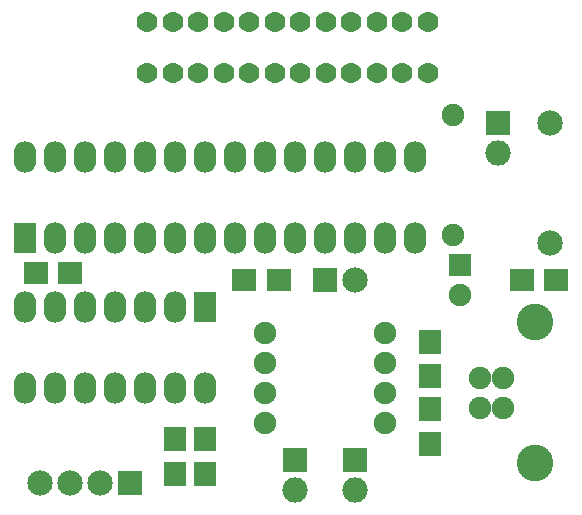
<source format=gbs>
G04 (created by PCBNEW (22-Jun-2014 BZR 4027)-stable) date Sat 02 Sep 2017 11:43:59 PM CDT*
%MOIN*%
G04 Gerber Fmt 3.4, Leading zero omitted, Abs format*
%FSLAX34Y34*%
G01*
G70*
G90*
G04 APERTURE LIST*
%ADD10C,0.00393701*%
%ADD11C,0.069748*%
%ADD12R,0.074748X0.104248*%
%ADD13O,0.074748X0.104248*%
%ADD14C,0.074748*%
%ADD15C,0.122048*%
%ADD16R,0.084748X0.084748*%
%ADD17C,0.084748*%
%ADD18O,0.074748X0.074748*%
%ADD19O,0.084748X0.084748*%
%ADD20R,0.074748X0.074748*%
%ADD21R,0.074748X0.079748*%
%ADD22R,0.079748X0.074748*%
G04 APERTURE END LIST*
G54D10*
G54D11*
X58925Y-36095D03*
X59775Y-36095D03*
X57225Y-36095D03*
X58075Y-36095D03*
X58925Y-34405D03*
X58075Y-34405D03*
X57225Y-34405D03*
X59775Y-34405D03*
X56375Y-36095D03*
X55525Y-36095D03*
X54675Y-36095D03*
X53825Y-36095D03*
X56375Y-34405D03*
X55525Y-34405D03*
X54675Y-34405D03*
X53825Y-34405D03*
X60625Y-36095D03*
X61475Y-36095D03*
X62325Y-36095D03*
X63175Y-36095D03*
X60625Y-34405D03*
X61475Y-34405D03*
X62325Y-34405D03*
X63175Y-34405D03*
G54D12*
X49750Y-41602D03*
G54D13*
X50750Y-41602D03*
X51750Y-41602D03*
X52750Y-41602D03*
X52750Y-38897D03*
X51750Y-38897D03*
X50750Y-38897D03*
X49750Y-38897D03*
X53750Y-41602D03*
X54750Y-41602D03*
X55750Y-41602D03*
X53750Y-38897D03*
X54750Y-38897D03*
X55750Y-38897D03*
X56750Y-41602D03*
X57750Y-41602D03*
X58750Y-41602D03*
X59750Y-41602D03*
X60750Y-41602D03*
X61750Y-41602D03*
X62750Y-41602D03*
X56750Y-38897D03*
X57750Y-38897D03*
X58750Y-38897D03*
X59750Y-38897D03*
X60750Y-38897D03*
X61750Y-38897D03*
X62750Y-38897D03*
G54D14*
X64900Y-46250D03*
X64900Y-47250D03*
X65687Y-47250D03*
X65687Y-46250D03*
G54D15*
X66750Y-44388D03*
X66750Y-49112D03*
G54D16*
X53250Y-49750D03*
G54D17*
X52250Y-49750D03*
X51250Y-49750D03*
X50250Y-49750D03*
G54D16*
X59750Y-43000D03*
G54D17*
X60750Y-43000D03*
G54D18*
X57750Y-45750D03*
X61750Y-45750D03*
X57750Y-44750D03*
X61750Y-44750D03*
X64000Y-41500D03*
X64000Y-37500D03*
X57750Y-47750D03*
X61750Y-47750D03*
X57750Y-46750D03*
X61750Y-46750D03*
G54D16*
X65500Y-37750D03*
G54D19*
X65500Y-38750D03*
G54D16*
X60750Y-49000D03*
G54D19*
X60750Y-50000D03*
G54D16*
X58750Y-49000D03*
G54D19*
X58750Y-50000D03*
G54D17*
X67250Y-41750D03*
X67250Y-37750D03*
G54D20*
X64250Y-42500D03*
G54D18*
X64250Y-43500D03*
G54D12*
X55750Y-43897D03*
G54D13*
X54750Y-43897D03*
X53750Y-43897D03*
X52750Y-43897D03*
X52750Y-46602D03*
X53750Y-46602D03*
X54750Y-46602D03*
X55750Y-46602D03*
X51750Y-43897D03*
X50750Y-43897D03*
X49750Y-43897D03*
X51750Y-46602D03*
X50750Y-46602D03*
X49750Y-46602D03*
G54D21*
X54750Y-48300D03*
X54750Y-49450D03*
X63250Y-46200D03*
X63250Y-45050D03*
X63250Y-47300D03*
X63250Y-48450D03*
G54D22*
X66300Y-43000D03*
X67450Y-43000D03*
X50100Y-42750D03*
X51250Y-42750D03*
X58200Y-43000D03*
X57050Y-43000D03*
G54D21*
X55750Y-48300D03*
X55750Y-49450D03*
M02*

</source>
